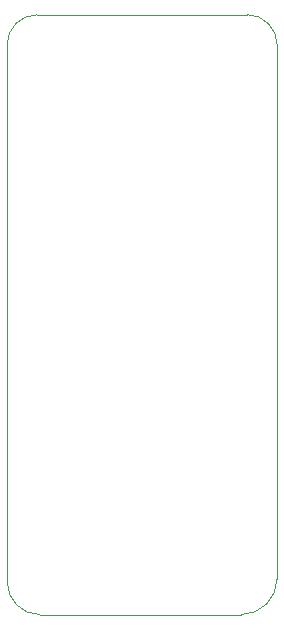
<source format=gbr>
%TF.GenerationSoftware,KiCad,Pcbnew,5.1.6-c6e7f7d~87~ubuntu18.04.1*%
%TF.CreationDate,2020-09-01T16:33:05-07:00*%
%TF.ProjectId,feather-power-supply-sw-smd,66656174-6865-4722-9d70-6f7765722d73,rev?*%
%TF.SameCoordinates,Original*%
%TF.FileFunction,Profile,NP*%
%FSLAX46Y46*%
G04 Gerber Fmt 4.6, Leading zero omitted, Abs format (unit mm)*
G04 Created by KiCad (PCBNEW 5.1.6-c6e7f7d~87~ubuntu18.04.1) date 2020-09-01 16:33:05*
%MOMM*%
%LPD*%
G01*
G04 APERTURE LIST*
%TA.AperFunction,Profile*%
%ADD10C,0.050000*%
%TD*%
G04 APERTURE END LIST*
D10*
X119380000Y-114681000D02*
G75*
G02*
X116586000Y-111887000I0J2794000D01*
G01*
X139446000Y-111633000D02*
G75*
G02*
X136398000Y-114681000I-3048000J0D01*
G01*
X136906000Y-63881000D02*
G75*
G02*
X139446000Y-66421000I0J-2540000D01*
G01*
X116586000Y-66421000D02*
G75*
G02*
X119126000Y-63881000I2540000J0D01*
G01*
X119380000Y-114681000D02*
X136398000Y-114681000D01*
X116586000Y-111887000D02*
X116586000Y-66421000D01*
X139446000Y-66421000D02*
X139446000Y-111633000D01*
X119126000Y-63881000D02*
X136906000Y-63881000D01*
M02*

</source>
